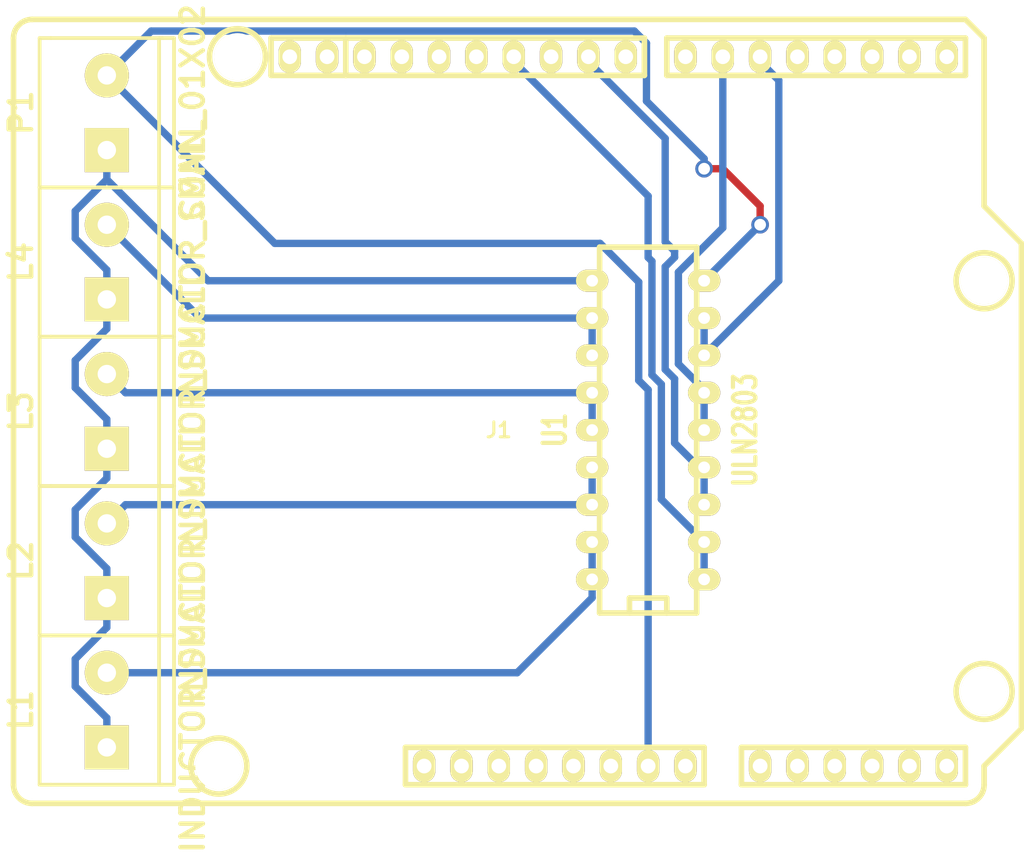
<source format=kicad_pcb>
(kicad_pcb (version 4) (host pcbnew 0.201504281001+5628~23~ubuntu14.04.1-product)

  (general
    (links 23)
    (no_connects 1)
    (area 155.947886 104.819499 226.650501 159.340501)
    (thickness 1.6)
    (drawings 0)
    (tracks 89)
    (zones 0)
    (modules 7)
    (nets 11)
  )

  (page A4)
  (layers
    (0 F.Cu signal)
    (31 B.Cu signal)
    (32 B.Adhes user)
    (33 F.Adhes user)
    (34 B.Paste user)
    (35 F.Paste user)
    (36 B.SilkS user)
    (37 F.SilkS user)
    (38 B.Mask user)
    (39 F.Mask user)
    (40 Dwgs.User user)
    (41 Cmts.User user)
    (42 Eco1.User user)
    (43 Eco2.User user)
    (44 Edge.Cuts user)
    (45 Margin user)
    (46 B.CrtYd user)
    (47 F.CrtYd user)
    (48 B.Fab user)
    (49 F.Fab user)
  )

  (setup
    (last_trace_width 0.5)
    (trace_clearance 0.4)
    (zone_clearance 0.508)
    (zone_45_only no)
    (trace_min 0.2)
    (segment_width 0.2)
    (edge_width 0.15)
    (via_size 1.2)
    (via_drill 0.8)
    (via_min_size 0.4)
    (via_min_drill 0.3)
    (uvia_size 1.2)
    (uvia_drill 0.8)
    (uvias_allowed no)
    (uvia_min_size 0.2)
    (uvia_min_drill 0.1)
    (pcb_text_width 0.3)
    (pcb_text_size 1.5 1.5)
    (mod_edge_width 0.15)
    (mod_text_size 1 1)
    (mod_text_width 0.15)
    (pad_size 1.524 1.524)
    (pad_drill 0.762)
    (pad_to_mask_clearance 0.2)
    (aux_axis_origin 0 0)
    (visible_elements FFFFFF7F)
    (pcbplotparams
      (layerselection 0x00030_80000001)
      (usegerberextensions false)
      (excludeedgelayer true)
      (linewidth 0.100000)
      (plotframeref false)
      (viasonmask false)
      (mode 1)
      (useauxorigin false)
      (hpglpennumber 1)
      (hpglpenspeed 20)
      (hpglpendiameter 15)
      (hpglpenoverlay 2)
      (psnegative false)
      (psa4output false)
      (plotreference true)
      (plotvalue true)
      (plotinvisibletext false)
      (padsonsilk false)
      (subtractmaskfromsilk false)
      (outputformat 1)
      (mirror false)
      (drillshape 1)
      (scaleselection 1)
      (outputdirectory ""))
  )

  (net 0 "")
  (net 1 GND)
  (net 2 "Net-(J1-Pad20)")
  (net 3 "Net-(J1-Pad21)")
  (net 4 "Net-(J1-Pad24)")
  (net 5 "Net-(J1-Pad26)")
  (net 6 VCC)
  (net 7 "Net-(L1-Pad2)")
  (net 8 "Net-(L2-Pad2)")
  (net 9 "Net-(L3-Pad2)")
  (net 10 "Net-(L4-Pad2)")

  (net_class Default "Questo è il gruppo di collegamenti predefinito"
    (clearance 0.4)
    (trace_width 0.5)
    (via_dia 1.2)
    (via_drill 0.8)
    (uvia_dia 1.2)
    (uvia_drill 0.8)
    (add_net GND)
    (add_net "Net-(J1-Pad20)")
    (add_net "Net-(J1-Pad21)")
    (add_net "Net-(J1-Pad24)")
    (add_net "Net-(J1-Pad26)")
    (add_net "Net-(L1-Pad2)")
    (add_net "Net-(L2-Pad2)")
    (add_net "Net-(L3-Pad2)")
    (add_net "Net-(L4-Pad2)")
    (add_net VCC)
  )

  (module w_conn_misc:arduino_header (layer F.Cu) (tedit 0) (tstamp 5547D991)
    (at 190.5 132.08)
    (descr "Arduino Header")
    (tags Arduino)
    (path /554689D2)
    (fp_text reference J1 (at 0 1.27) (layer F.SilkS)
      (effects (font (size 1.016 1.016) (thickness 0.2032)))
    )
    (fp_text value Arduino_Header (at 0 -1.27) (layer F.SilkS) hide
      (effects (font (size 1.016 0.889) (thickness 0.2032)))
    )
    (fp_line (start 31.75 -26.67) (end -31.75 -26.67) (layer F.SilkS) (width 0.381))
    (fp_line (start -31.75 26.67) (end 31.75 26.67) (layer F.SilkS) (width 0.381))
    (fp_line (start 35.56 21.59) (end 35.56 -11.43) (layer F.SilkS) (width 0.381))
    (fp_line (start 35.56 21.59) (end 33.02 24.13) (layer F.SilkS) (width 0.381))
    (fp_line (start 33.02 24.13) (end 33.02 25.4) (layer F.SilkS) (width 0.381))
    (fp_line (start 31.75 25.4) (end 16.51 25.4) (layer F.SilkS) (width 0.381))
    (fp_line (start 16.51 22.86) (end 31.75 22.86) (layer F.SilkS) (width 0.381))
    (fp_line (start 33.02 -25.4) (end 33.02 -13.97) (layer F.SilkS) (width 0.381))
    (fp_line (start 33.02 -13.97) (end 35.56 -11.43) (layer F.SilkS) (width 0.381))
    (fp_line (start 31.75 -26.67) (end 33.02 -25.4) (layer F.SilkS) (width 0.381))
    (fp_arc (start -31.75 -25.4) (end -33.02 -25.4) (angle 90) (layer F.SilkS) (width 0.381))
    (fp_line (start -33.02 25.4) (end -33.02 -25.4) (layer F.SilkS) (width 0.381))
    (fp_arc (start -31.75 25.4) (end -31.75 26.67) (angle 90) (layer F.SilkS) (width 0.381))
    (fp_arc (start 31.75 25.4) (end 33.02 25.4) (angle 90) (layer F.SilkS) (width 0.381))
    (fp_line (start -10.414 -25.4) (end -15.494 -25.4) (layer F.SilkS) (width 0.381))
    (fp_line (start -15.494 -25.4) (end -15.494 -22.86) (layer F.SilkS) (width 0.381))
    (fp_line (start -15.494 -22.86) (end -10.414 -22.86) (layer F.SilkS) (width 0.381))
    (fp_circle (center -17.78 -24.13) (end -15.875 -24.13) (layer F.SilkS) (width 0.381))
    (fp_circle (center 33.02 -8.89) (end 34.925 -8.89) (layer F.SilkS) (width 0.381))
    (fp_line (start 9.906 -22.86) (end -10.414 -22.86) (layer F.SilkS) (width 0.381))
    (fp_line (start -10.414 -22.86) (end -10.414 -25.4) (layer F.SilkS) (width 0.381))
    (fp_line (start 9.906 -22.86) (end 9.906 -25.4) (layer F.SilkS) (width 0.381))
    (fp_line (start 9.906 -25.4) (end -10.414 -25.4) (layer F.SilkS) (width 0.381))
    (fp_line (start 31.75 -25.4) (end 31.75 -22.86) (layer F.SilkS) (width 0.381))
    (fp_line (start 31.75 -22.86) (end 11.43 -22.86) (layer F.SilkS) (width 0.381))
    (fp_line (start 11.43 -22.86) (end 11.43 -25.4) (layer F.SilkS) (width 0.381))
    (fp_line (start 11.43 -25.4) (end 31.75 -25.4) (layer F.SilkS) (width 0.381))
    (fp_circle (center 33.02 19.05) (end 34.925 19.05) (layer F.SilkS) (width 0.381))
    (fp_circle (center -19.05 24.13) (end -17.145 24.13) (layer F.SilkS) (width 0.381))
    (fp_line (start -6.35 25.4) (end 13.97 25.4) (layer F.SilkS) (width 0.381))
    (fp_line (start 13.97 22.86) (end -6.35 22.86) (layer F.SilkS) (width 0.381))
    (fp_line (start 31.75 25.4) (end 31.75 22.86) (layer F.SilkS) (width 0.381))
    (fp_line (start 16.51 22.86) (end 16.51 25.4) (layer F.SilkS) (width 0.381))
    (fp_line (start 13.97 22.86) (end 13.97 25.4) (layer F.SilkS) (width 0.381))
    (fp_line (start -6.35 25.4) (end -6.35 22.86) (layer F.SilkS) (width 0.381))
    (pad 1 thru_hole oval (at -5.08 24.13) (size 1.524 2.19964) (drill 1.00076) (layers *.Cu *.Mask F.SilkS))
    (pad 2 thru_hole oval (at -2.54 24.13) (size 1.524 2.19964) (drill 1.00076) (layers *.Cu *.Mask F.SilkS))
    (pad 3 thru_hole oval (at 0 24.13) (size 1.524 2.19964) (drill 1.00076) (layers *.Cu *.Mask F.SilkS))
    (pad 4 thru_hole oval (at 2.54 24.13) (size 1.524 2.19964) (drill 1.00076) (layers *.Cu *.Mask F.SilkS))
    (pad 5 thru_hole oval (at 5.08 24.13) (size 1.524 2.19964) (drill 1.00076) (layers *.Cu *.Mask F.SilkS))
    (pad 6 thru_hole oval (at 7.62 24.13) (size 1.524 2.19964) (drill 1.00076) (layers *.Cu *.Mask F.SilkS))
    (pad 7 thru_hole oval (at 10.16 24.13) (size 1.524 2.19964) (drill 1.00076) (layers *.Cu *.Mask F.SilkS)
      (net 1 GND))
    (pad 8 thru_hole oval (at 12.7 24.13) (size 1.524 2.19964) (drill 1.00076) (layers *.Cu *.Mask F.SilkS))
    (pad 9 thru_hole oval (at 17.78 24.13) (size 1.524 2.19964) (drill 1.00076) (layers *.Cu *.Mask F.SilkS))
    (pad 10 thru_hole oval (at 20.32 24.13) (size 1.524 2.19964) (drill 1.00076) (layers *.Cu *.Mask F.SilkS))
    (pad 11 thru_hole oval (at 22.86 24.13) (size 1.524 2.19964) (drill 1.00076) (layers *.Cu *.Mask F.SilkS))
    (pad 12 thru_hole oval (at 25.4 24.13) (size 1.524 2.19964) (drill 1.00076) (layers *.Cu *.Mask F.SilkS))
    (pad 13 thru_hole oval (at 27.94 24.13) (size 1.524 2.19964) (drill 1.00076) (layers *.Cu *.Mask F.SilkS))
    (pad 14 thru_hole oval (at 30.48 24.13) (size 1.524 2.19964) (drill 1.00076) (layers *.Cu *.Mask F.SilkS))
    (pad "" np_thru_hole circle (at -19.05 24.13) (size 3.19786 3.19786) (drill 3.19786) (layers *.Cu *.Mask F.SilkS))
    (pad "" np_thru_hole circle (at 33.02 19.05) (size 3.19786 3.19786) (drill 3.19786) (layers *.Cu *.Mask F.SilkS))
    (pad 15 thru_hole oval (at 30.48 -24.13) (size 1.524 2.1971) (drill 0.99822) (layers *.Cu *.Mask F.SilkS))
    (pad 16 thru_hole oval (at 27.94 -24.13) (size 1.524 2.1971) (drill 0.99822) (layers *.Cu *.Mask F.SilkS))
    (pad 17 thru_hole oval (at 25.4 -24.13) (size 1.524 2.1971) (drill 0.99822) (layers *.Cu *.Mask F.SilkS))
    (pad 18 thru_hole oval (at 22.86 -24.13) (size 1.524 2.1971) (drill 0.99822) (layers *.Cu *.Mask F.SilkS))
    (pad 19 thru_hole oval (at 20.32 -24.13) (size 1.524 2.1971) (drill 0.99822) (layers *.Cu *.Mask F.SilkS))
    (pad 20 thru_hole oval (at 17.78 -24.13) (size 1.524 2.1971) (drill 0.99822) (layers *.Cu *.Mask F.SilkS)
      (net 2 "Net-(J1-Pad20)"))
    (pad 21 thru_hole oval (at 15.24 -24.13) (size 1.524 2.1971) (drill 0.99822) (layers *.Cu *.Mask F.SilkS)
      (net 3 "Net-(J1-Pad21)"))
    (pad 22 thru_hole oval (at 12.7 -24.13) (size 1.524 2.1971) (drill 0.99822) (layers *.Cu *.Mask F.SilkS))
    (pad 23 thru_hole oval (at 8.636 -24.13) (size 1.524 2.1971) (drill 0.99822) (layers *.Cu *.Mask F.SilkS))
    (pad 24 thru_hole oval (at 6.096 -24.13) (size 1.524 2.1971) (drill 0.99822) (layers *.Cu *.Mask F.SilkS)
      (net 4 "Net-(J1-Pad24)"))
    (pad 25 thru_hole oval (at 3.556 -24.13) (size 1.524 2.1971) (drill 0.99822) (layers *.Cu *.Mask F.SilkS))
    (pad 26 thru_hole oval (at 1.016 -24.13) (size 1.524 2.1971) (drill 0.99822) (layers *.Cu *.Mask F.SilkS)
      (net 5 "Net-(J1-Pad26)"))
    (pad 27 thru_hole oval (at -1.524 -24.13) (size 1.524 2.1971) (drill 0.99822) (layers *.Cu *.Mask F.SilkS))
    (pad 28 thru_hole oval (at -4.064 -24.13) (size 1.524 2.1971) (drill 0.99822) (layers *.Cu *.Mask F.SilkS))
    (pad 29 thru_hole oval (at -6.604 -24.13) (size 1.524 2.1971) (drill 0.99822) (layers *.Cu *.Mask F.SilkS))
    (pad 30 thru_hole oval (at -9.14146 -24.13) (size 1.524 2.1971) (drill 0.99822) (layers *.Cu *.Mask F.SilkS))
    (pad "" np_thru_hole circle (at -17.78 -24.13) (size 3.19786 3.19786) (drill 3.19786) (layers *.Cu *.Mask F.SilkS))
    (pad 31 thru_hole oval (at -11.684 -24.13) (size 1.524 2.1971) (drill 0.99822) (layers *.Cu *.Mask F.SilkS))
    (pad 32 thru_hole oval (at -14.224 -24.13) (size 1.524 2.1971) (drill 0.99822) (layers *.Cu *.Mask F.SilkS))
    (pad "" np_thru_hole circle (at 33.02 -8.89) (size 3.19786 3.19786) (drill 3.19786) (layers *.Cu *.Mask F.SilkS))
    (model walter/conn_misc/arduino_header.wrl
      (at (xyz 0 0 0))
      (scale (xyz 1 1 1))
      (rotate (xyz 0 0 0))
    )
  )

  (module w_conn_screw:mors_2p (layer F.Cu) (tedit 0) (tstamp 5547D997)
    (at 163.83 152.4 90)
    (descr "Terminal block 2 pins")
    (tags DEV)
    (path /5546934B)
    (fp_text reference L1 (at 0 -5.842 90) (layer F.SilkS)
      (effects (font (thickness 0.3048)))
    )
    (fp_text value INDUCTOR_SMALL (at 0 5.842 90) (layer F.SilkS)
      (effects (font (thickness 0.3048)))
    )
    (fp_line (start 5.08 -3.81) (end 5.08 -4.572) (layer F.SilkS) (width 0.254))
    (fp_line (start 5.08 -4.572) (end -5.08 -4.572) (layer F.SilkS) (width 0.254))
    (fp_line (start -5.08 -4.572) (end -5.08 -3.81) (layer F.SilkS) (width 0.254))
    (fp_line (start 5.08 4.572) (end -5.08 4.572) (layer F.SilkS) (width 0.254))
    (fp_line (start -5.08 4.572) (end -5.08 3.556) (layer F.SilkS) (width 0.254))
    (fp_line (start -5.08 3.556) (end 5.08 3.556) (layer F.SilkS) (width 0.254))
    (fp_line (start 5.08 3.556) (end 5.08 4.572) (layer F.SilkS) (width 0.254))
    (fp_line (start 5.08 3.81) (end 5.08 -3.81) (layer F.SilkS) (width 0.254))
    (fp_line (start -5.08 -3.81) (end -5.08 3.81) (layer F.SilkS) (width 0.254))
    (pad 1 thru_hole rect (at -2.54 0 90) (size 2.99974 2.99974) (drill 1.24968) (layers *.Cu *.Mask F.SilkS)
      (net 6 VCC))
    (pad 2 thru_hole circle (at 2.54 0 90) (size 2.99974 2.99974) (drill 1.24968) (layers *.Cu *.Mask F.SilkS)
      (net 7 "Net-(L1-Pad2)"))
    (model walter/conn_screw/mors_2p.wrl
      (at (xyz 0 0 0))
      (scale (xyz 1 1 1))
      (rotate (xyz 0 0 0))
    )
  )

  (module w_conn_screw:mors_2p (layer F.Cu) (tedit 0) (tstamp 5547D99D)
    (at 163.83 142.24 90)
    (descr "Terminal block 2 pins")
    (tags DEV)
    (path /554693CB)
    (fp_text reference L2 (at 0 -5.842 90) (layer F.SilkS)
      (effects (font (thickness 0.3048)))
    )
    (fp_text value INDUCTOR_SMALL (at 0 5.842 90) (layer F.SilkS)
      (effects (font (thickness 0.3048)))
    )
    (fp_line (start 5.08 -3.81) (end 5.08 -4.572) (layer F.SilkS) (width 0.254))
    (fp_line (start 5.08 -4.572) (end -5.08 -4.572) (layer F.SilkS) (width 0.254))
    (fp_line (start -5.08 -4.572) (end -5.08 -3.81) (layer F.SilkS) (width 0.254))
    (fp_line (start 5.08 4.572) (end -5.08 4.572) (layer F.SilkS) (width 0.254))
    (fp_line (start -5.08 4.572) (end -5.08 3.556) (layer F.SilkS) (width 0.254))
    (fp_line (start -5.08 3.556) (end 5.08 3.556) (layer F.SilkS) (width 0.254))
    (fp_line (start 5.08 3.556) (end 5.08 4.572) (layer F.SilkS) (width 0.254))
    (fp_line (start 5.08 3.81) (end 5.08 -3.81) (layer F.SilkS) (width 0.254))
    (fp_line (start -5.08 -3.81) (end -5.08 3.81) (layer F.SilkS) (width 0.254))
    (pad 1 thru_hole rect (at -2.54 0 90) (size 2.99974 2.99974) (drill 1.24968) (layers *.Cu *.Mask F.SilkS)
      (net 6 VCC))
    (pad 2 thru_hole circle (at 2.54 0 90) (size 2.99974 2.99974) (drill 1.24968) (layers *.Cu *.Mask F.SilkS)
      (net 8 "Net-(L2-Pad2)"))
    (model walter/conn_screw/mors_2p.wrl
      (at (xyz 0 0 0))
      (scale (xyz 1 1 1))
      (rotate (xyz 0 0 0))
    )
  )

  (module w_conn_screw:mors_2p (layer F.Cu) (tedit 0) (tstamp 5547D9A3)
    (at 163.83 132.08 90)
    (descr "Terminal block 2 pins")
    (tags DEV)
    (path /5546944C)
    (fp_text reference L3 (at 0 -5.842 90) (layer F.SilkS)
      (effects (font (thickness 0.3048)))
    )
    (fp_text value INDUCTOR_SMALL (at 0 5.842 90) (layer F.SilkS)
      (effects (font (thickness 0.3048)))
    )
    (fp_line (start 5.08 -3.81) (end 5.08 -4.572) (layer F.SilkS) (width 0.254))
    (fp_line (start 5.08 -4.572) (end -5.08 -4.572) (layer F.SilkS) (width 0.254))
    (fp_line (start -5.08 -4.572) (end -5.08 -3.81) (layer F.SilkS) (width 0.254))
    (fp_line (start 5.08 4.572) (end -5.08 4.572) (layer F.SilkS) (width 0.254))
    (fp_line (start -5.08 4.572) (end -5.08 3.556) (layer F.SilkS) (width 0.254))
    (fp_line (start -5.08 3.556) (end 5.08 3.556) (layer F.SilkS) (width 0.254))
    (fp_line (start 5.08 3.556) (end 5.08 4.572) (layer F.SilkS) (width 0.254))
    (fp_line (start 5.08 3.81) (end 5.08 -3.81) (layer F.SilkS) (width 0.254))
    (fp_line (start -5.08 -3.81) (end -5.08 3.81) (layer F.SilkS) (width 0.254))
    (pad 1 thru_hole rect (at -2.54 0 90) (size 2.99974 2.99974) (drill 1.24968) (layers *.Cu *.Mask F.SilkS)
      (net 6 VCC))
    (pad 2 thru_hole circle (at 2.54 0 90) (size 2.99974 2.99974) (drill 1.24968) (layers *.Cu *.Mask F.SilkS)
      (net 9 "Net-(L3-Pad2)"))
    (model walter/conn_screw/mors_2p.wrl
      (at (xyz 0 0 0))
      (scale (xyz 1 1 1))
      (rotate (xyz 0 0 0))
    )
  )

  (module w_conn_screw:mors_2p (layer F.Cu) (tedit 0) (tstamp 5547D9A9)
    (at 163.83 121.92 90)
    (descr "Terminal block 2 pins")
    (tags DEV)
    (path /55469476)
    (fp_text reference L4 (at 0 -5.842 90) (layer F.SilkS)
      (effects (font (thickness 0.3048)))
    )
    (fp_text value INDUCTOR_SMALL (at 0 5.842 90) (layer F.SilkS)
      (effects (font (thickness 0.3048)))
    )
    (fp_line (start 5.08 -3.81) (end 5.08 -4.572) (layer F.SilkS) (width 0.254))
    (fp_line (start 5.08 -4.572) (end -5.08 -4.572) (layer F.SilkS) (width 0.254))
    (fp_line (start -5.08 -4.572) (end -5.08 -3.81) (layer F.SilkS) (width 0.254))
    (fp_line (start 5.08 4.572) (end -5.08 4.572) (layer F.SilkS) (width 0.254))
    (fp_line (start -5.08 4.572) (end -5.08 3.556) (layer F.SilkS) (width 0.254))
    (fp_line (start -5.08 3.556) (end 5.08 3.556) (layer F.SilkS) (width 0.254))
    (fp_line (start 5.08 3.556) (end 5.08 4.572) (layer F.SilkS) (width 0.254))
    (fp_line (start 5.08 3.81) (end 5.08 -3.81) (layer F.SilkS) (width 0.254))
    (fp_line (start -5.08 -3.81) (end -5.08 3.81) (layer F.SilkS) (width 0.254))
    (pad 1 thru_hole rect (at -2.54 0 90) (size 2.99974 2.99974) (drill 1.24968) (layers *.Cu *.Mask F.SilkS)
      (net 6 VCC))
    (pad 2 thru_hole circle (at 2.54 0 90) (size 2.99974 2.99974) (drill 1.24968) (layers *.Cu *.Mask F.SilkS)
      (net 10 "Net-(L4-Pad2)"))
    (model walter/conn_screw/mors_2p.wrl
      (at (xyz 0 0 0))
      (scale (xyz 1 1 1))
      (rotate (xyz 0 0 0))
    )
  )

  (module w_conn_screw:mors_2p (layer F.Cu) (tedit 0) (tstamp 5547D9AF)
    (at 163.83 111.76 90)
    (descr "Terminal block 2 pins")
    (tags DEV)
    (path /55469CC4)
    (fp_text reference P1 (at 0 -5.842 90) (layer F.SilkS)
      (effects (font (thickness 0.3048)))
    )
    (fp_text value CONN_01X02 (at 0 5.842 90) (layer F.SilkS)
      (effects (font (thickness 0.3048)))
    )
    (fp_line (start 5.08 -3.81) (end 5.08 -4.572) (layer F.SilkS) (width 0.254))
    (fp_line (start 5.08 -4.572) (end -5.08 -4.572) (layer F.SilkS) (width 0.254))
    (fp_line (start -5.08 -4.572) (end -5.08 -3.81) (layer F.SilkS) (width 0.254))
    (fp_line (start 5.08 4.572) (end -5.08 4.572) (layer F.SilkS) (width 0.254))
    (fp_line (start -5.08 4.572) (end -5.08 3.556) (layer F.SilkS) (width 0.254))
    (fp_line (start -5.08 3.556) (end 5.08 3.556) (layer F.SilkS) (width 0.254))
    (fp_line (start 5.08 3.556) (end 5.08 4.572) (layer F.SilkS) (width 0.254))
    (fp_line (start 5.08 3.81) (end 5.08 -3.81) (layer F.SilkS) (width 0.254))
    (fp_line (start -5.08 -3.81) (end -5.08 3.81) (layer F.SilkS) (width 0.254))
    (pad 1 thru_hole rect (at -2.54 0 90) (size 2.99974 2.99974) (drill 1.24968) (layers *.Cu *.Mask F.SilkS)
      (net 6 VCC))
    (pad 2 thru_hole circle (at 2.54 0 90) (size 2.99974 2.99974) (drill 1.24968) (layers *.Cu *.Mask F.SilkS)
      (net 1 GND))
    (model walter/conn_screw/mors_2p.wrl
      (at (xyz 0 0 0))
      (scale (xyz 1 1 1))
      (rotate (xyz 0 0 0))
    )
  )

  (module w_pth_circuits:dil_18-300 (layer F.Cu) (tedit 0) (tstamp 5547D9C5)
    (at 200.66 133.35 90)
    (descr "IC, DIL18 x 0,3\"")
    (tags DIL)
    (path /55468A7B)
    (fp_text reference U1 (at 0 -6.35 90) (layer F.SilkS)
      (effects (font (size 1.524 1.143) (thickness 0.28702)))
    )
    (fp_text value ULN2803 (at 0 6.604 90) (layer F.SilkS)
      (effects (font (size 1.524 1.143) (thickness 0.28702)))
    )
    (fp_line (start -11.43 -1.27) (end -11.43 1.27) (layer F.SilkS) (width 0.381))
    (fp_line (start -12.446 3.302) (end 12.446 3.302) (layer F.SilkS) (width 0.381))
    (fp_line (start -12.446 -3.302) (end 12.446 -3.302) (layer F.SilkS) (width 0.381))
    (fp_line (start -11.43 1.27) (end -12.446 1.27) (layer F.SilkS) (width 0.381))
    (fp_line (start -11.43 -1.27) (end -12.446 -1.27) (layer F.SilkS) (width 0.381))
    (fp_line (start 12.446 -3.302) (end 12.446 3.302) (layer F.SilkS) (width 0.381))
    (fp_line (start -12.446 3.302) (end -12.446 -3.302) (layer F.SilkS) (width 0.381))
    (pad 1 thru_hole oval (at -10.16 3.81 90) (size 1.50114 2.19964) (drill 0.8001) (layers *.Cu *.Mask F.SilkS)
      (net 5 "Net-(J1-Pad26)"))
    (pad 2 thru_hole oval (at -7.62 3.81 90) (size 1.50114 2.19964) (drill 0.8001) (layers *.Cu *.Mask F.SilkS)
      (net 5 "Net-(J1-Pad26)"))
    (pad 3 thru_hole oval (at -5.08 3.81 90) (size 1.50114 2.19964) (drill 0.8001) (layers *.Cu *.Mask F.SilkS)
      (net 4 "Net-(J1-Pad24)"))
    (pad 4 thru_hole oval (at -2.54 3.81 90) (size 1.50114 2.19964) (drill 0.8001) (layers *.Cu *.Mask F.SilkS)
      (net 4 "Net-(J1-Pad24)"))
    (pad 5 thru_hole oval (at 0 3.81 90) (size 1.50114 2.19964) (drill 0.8001) (layers *.Cu *.Mask F.SilkS)
      (net 3 "Net-(J1-Pad21)"))
    (pad 6 thru_hole oval (at 2.54 3.81 90) (size 1.50114 2.19964) (drill 0.8001) (layers *.Cu *.Mask F.SilkS)
      (net 3 "Net-(J1-Pad21)"))
    (pad 7 thru_hole oval (at 5.08 3.81 90) (size 1.50114 2.19964) (drill 0.8001) (layers *.Cu *.Mask F.SilkS)
      (net 2 "Net-(J1-Pad20)"))
    (pad 8 thru_hole oval (at 7.62 3.81 90) (size 1.50114 2.19964) (drill 0.8001) (layers *.Cu *.Mask F.SilkS)
      (net 2 "Net-(J1-Pad20)"))
    (pad 9 thru_hole oval (at 10.16 3.81 90) (size 1.50114 2.19964) (drill 0.8001) (layers *.Cu *.Mask F.SilkS)
      (net 1 GND))
    (pad 10 thru_hole oval (at 10.16 -3.81 90) (size 1.50114 2.19964) (drill 0.8001) (layers *.Cu *.Mask F.SilkS)
      (net 6 VCC))
    (pad 11 thru_hole oval (at 7.62 -3.81 90) (size 1.50114 2.19964) (drill 0.8001) (layers *.Cu *.Mask F.SilkS)
      (net 10 "Net-(L4-Pad2)"))
    (pad 12 thru_hole oval (at 5.08 -3.81 90) (size 1.50114 2.19964) (drill 0.8001) (layers *.Cu *.Mask F.SilkS)
      (net 10 "Net-(L4-Pad2)"))
    (pad 13 thru_hole oval (at 2.54 -3.81 90) (size 1.50114 2.19964) (drill 0.8001) (layers *.Cu *.Mask F.SilkS)
      (net 9 "Net-(L3-Pad2)"))
    (pad 14 thru_hole oval (at 0 -3.81 90) (size 1.50114 2.19964) (drill 0.8001) (layers *.Cu *.Mask F.SilkS)
      (net 9 "Net-(L3-Pad2)"))
    (pad 15 thru_hole oval (at -2.54 -3.81 90) (size 1.50114 2.19964) (drill 0.8001) (layers *.Cu *.Mask F.SilkS)
      (net 8 "Net-(L2-Pad2)"))
    (pad 16 thru_hole oval (at -5.08 -3.81 90) (size 1.50114 2.19964) (drill 0.8001) (layers *.Cu *.Mask F.SilkS)
      (net 8 "Net-(L2-Pad2)"))
    (pad 17 thru_hole oval (at -7.62 -3.81 90) (size 1.50114 2.19964) (drill 0.8001) (layers *.Cu *.Mask F.SilkS)
      (net 7 "Net-(L1-Pad2)"))
    (pad 18 thru_hole oval (at -10.16 -3.81 90) (size 1.50114 2.19964) (drill 0.8001) (layers *.Cu *.Mask F.SilkS)
      (net 7 "Net-(L1-Pad2)"))
    (model walter/pth_circuits/dil_18-300.wrl
      (at (xyz 0 0 0))
      (scale (xyz 1 1 1))
      (rotate (xyz 0 0 0))
    )
  )

  (segment (start 208.28 119.38) (end 204.47 123.19) (width 0.5) (layer B.Cu) (net 1))
  (via (at 204.47 123.19) (size 1.2) (drill 0.8) (layers F.Cu B.Cu) (net 1))
  (segment (start 205.74 115.57) (end 208.28 118.11) (width 0.5) (layer F.Cu) (net 1))
  (segment (start 208.28 118.11) (end 208.28 119.38) (width 0.5) (layer F.Cu) (net 1))
  (via (at 208.28 119.38) (size 1.2) (drill 0.8) (layers F.Cu B.Cu) (net 1))
  (segment (start 204.47 115.57) (end 205.74 115.57) (width 0.5) (layer F.Cu) (net 1))
  (segment (start 204.47 114.887744) (end 204.47 115.57) (width 0.5) (layer B.Cu) (net 1))
  (via (at 204.47 115.57) (size 1.2) (drill 0.8) (layers F.Cu B.Cu) (net 1))
  (segment (start 163.83 109.22) (end 166.84856 106.20144) (width 0.5) (layer B.Cu) (net 1))
  (segment (start 166.84856 106.20144) (end 199.720873 106.20144) (width 0.5) (layer B.Cu) (net 1))
  (segment (start 199.720873 106.20144) (end 200.54801 107.028577) (width 0.5) (layer B.Cu) (net 1))
  (segment (start 200.54801 107.028577) (end 200.54801 110.965754) (width 0.5) (layer B.Cu) (net 1))
  (segment (start 200.54801 110.965754) (end 204.47 114.887744) (width 0.5) (layer B.Cu) (net 1))
  (segment (start 200.020141 123.278977) (end 200.020143 129.96853) (width 0.5) (layer B.Cu) (net 1))
  (segment (start 175.26 120.65) (end 197.391164 120.65) (width 0.5) (layer B.Cu) (net 1))
  (segment (start 197.391164 120.65) (end 200.020141 123.278977) (width 0.5) (layer B.Cu) (net 1))
  (segment (start 163.83 109.22) (end 175.26 120.65) (width 0.5) (layer B.Cu) (net 1))
  (segment (start 200.020143 129.96853) (end 200.66 130.608387) (width 0.5) (layer B.Cu) (net 1))
  (segment (start 200.66 130.608387) (end 200.66 156.21) (width 0.5) (layer B.Cu) (net 1))
  (segment (start 204.47 123.19) (end 204.12075 123.19) (width 0.5) (layer B.Cu) (net 1))
  (segment (start 208.100282 124.639718) (end 204.47 128.27) (width 0.5) (layer B.Cu) (net 2))
  (segment (start 208.100282 124.639718) (end 209.55 123.19) (width 0.5) (layer B.Cu) (net 2))
  (segment (start 208.28 124.46) (end 208.100282 124.639718) (width 0.5) (layer B.Cu) (net 2))
  (segment (start 209.55 123.19) (end 209.55 109.55655) (width 0.5) (layer B.Cu) (net 2))
  (segment (start 209.55 109.55655) (end 208.28 108.28655) (width 0.5) (layer B.Cu) (net 2))
  (segment (start 208.28 108.28655) (end 208.28 107.95) (width 0.5) (layer B.Cu) (net 2))
  (segment (start 204.47 125.73) (end 204.47 128.27) (width 0.5) (layer B.Cu) (net 2))
  (segment (start 202.72017 128.850139) (end 204.47 130.599969) (width 0.5) (layer B.Cu) (net 3))
  (segment (start 204.47 130.599969) (end 204.47 130.81) (width 0.5) (layer B.Cu) (net 3))
  (segment (start 205.74 119.590031) (end 202.72017 122.609861) (width 0.5) (layer B.Cu) (net 3))
  (segment (start 202.72017 122.609861) (end 202.72017 128.850139) (width 0.5) (layer B.Cu) (net 3))
  (segment (start 205.74 107.95) (end 205.74 119.590031) (width 0.5) (layer B.Cu) (net 3))
  (segment (start 204.47 130.81) (end 204.47 133.35) (width 0.5) (layer B.Cu) (net 3))
  (segment (start 196.596 107.95) (end 196.596 108.28655) (width 0.5) (layer B.Cu) (net 4))
  (segment (start 196.596 108.28655) (end 201.820155 113.510705) (width 0.5) (layer B.Cu) (net 4))
  (segment (start 201.820155 113.510705) (end 201.820159 120.534547) (width 0.5) (layer B.Cu) (net 4))
  (segment (start 201.820161 129.222936) (end 202.46002 129.862795) (width 0.5) (layer B.Cu) (net 4))
  (segment (start 202.46002 134.22927) (end 204.12075 135.89) (width 0.5) (layer B.Cu) (net 4))
  (segment (start 201.820159 120.534547) (end 202.46002 121.174408) (width 0.5) (layer B.Cu) (net 4))
  (segment (start 202.46002 121.174408) (end 202.46002 121.597205) (width 0.5) (layer B.Cu) (net 4))
  (segment (start 201.820161 122.237064) (end 201.820161 129.222936) (width 0.5) (layer B.Cu) (net 4))
  (segment (start 202.46002 121.597205) (end 201.820161 122.237064) (width 0.5) (layer B.Cu) (net 4))
  (segment (start 202.46002 129.862795) (end 202.46002 134.22927) (width 0.5) (layer B.Cu) (net 4))
  (segment (start 204.12075 135.89) (end 204.47 135.89) (width 0.5) (layer B.Cu) (net 4))
  (segment (start 204.47 135.89) (end 204.47 138.43) (width 0.5) (layer B.Cu) (net 4))
  (segment (start 191.516 107.95) (end 191.516 108.28655) (width 0.5) (layer B.Cu) (net 5))
  (segment (start 191.516 108.28655) (end 200.66 117.43055) (width 0.5) (layer B.Cu) (net 5))
  (segment (start 200.66 117.43055) (end 200.66 121.604119) (width 0.5) (layer B.Cu) (net 5))
  (segment (start 200.66 121.604119) (end 200.92015 121.864269) (width 0.5) (layer B.Cu) (net 5))
  (segment (start 200.92015 121.864269) (end 200.920152 129.595733) (width 0.5) (layer B.Cu) (net 5))
  (segment (start 200.920152 129.595733) (end 201.56001 130.235591) (width 0.5) (layer B.Cu) (net 5))
  (segment (start 201.56001 130.235591) (end 201.56001 138.06001) (width 0.5) (layer B.Cu) (net 5))
  (segment (start 201.56001 138.06001) (end 204.47 140.97) (width 0.5) (layer B.Cu) (net 5))
  (segment (start 204.47 140.97) (end 204.47 143.51) (width 0.5) (layer B.Cu) (net 5))
  (segment (start 196.85 123.19) (end 170.72013 123.19) (width 0.5) (layer B.Cu) (net 6))
  (segment (start 170.72013 123.19) (end 163.83 116.29987) (width 0.5) (layer B.Cu) (net 6))
  (segment (start 163.83 116.29987) (end 163.83 114.3) (width 0.5) (layer B.Cu) (net 6))
  (segment (start 163.83 124.46) (end 163.83 122.46013) (width 0.5) (layer B.Cu) (net 6))
  (segment (start 163.83 122.46013) (end 161.680129 120.310259) (width 0.5) (layer B.Cu) (net 6))
  (segment (start 161.680129 120.310259) (end 161.680129 118.449741) (width 0.5) (layer B.Cu) (net 6))
  (segment (start 161.680129 118.449741) (end 163.83 116.29987) (width 0.5) (layer B.Cu) (net 6))
  (segment (start 163.83 134.62) (end 163.83 132.62013) (width 0.5) (layer B.Cu) (net 6))
  (segment (start 161.680129 130.470259) (end 161.680129 128.609741) (width 0.5) (layer B.Cu) (net 6))
  (segment (start 163.83 132.62013) (end 161.680129 130.470259) (width 0.5) (layer B.Cu) (net 6))
  (segment (start 161.680129 128.609741) (end 163.83 126.45987) (width 0.5) (layer B.Cu) (net 6))
  (segment (start 163.83 126.45987) (end 163.83 124.46) (width 0.5) (layer B.Cu) (net 6))
  (segment (start 163.83 134.62) (end 163.83 136.61987) (width 0.5) (layer B.Cu) (net 6))
  (segment (start 161.680129 140.630259) (end 163.83 142.78013) (width 0.5) (layer B.Cu) (net 6))
  (segment (start 163.83 142.78013) (end 163.83 144.78) (width 0.5) (layer B.Cu) (net 6))
  (segment (start 163.83 136.61987) (end 161.680129 138.769741) (width 0.5) (layer B.Cu) (net 6))
  (segment (start 161.680129 138.769741) (end 161.680129 140.630259) (width 0.5) (layer B.Cu) (net 6))
  (segment (start 163.83 154.94) (end 163.83 152.94013) (width 0.5) (layer B.Cu) (net 6))
  (segment (start 163.83 152.94013) (end 161.680129 150.790259) (width 0.5) (layer B.Cu) (net 6))
  (segment (start 161.680129 150.790259) (end 161.680129 148.929741) (width 0.5) (layer B.Cu) (net 6))
  (segment (start 161.680129 148.929741) (end 163.83 146.77987) (width 0.5) (layer B.Cu) (net 6))
  (segment (start 163.83 146.77987) (end 163.83 144.78) (width 0.5) (layer B.Cu) (net 6))
  (segment (start 196.85 140.97) (end 196.85 143.51) (width 0.5) (layer B.Cu) (net 7))
  (segment (start 163.83 149.86) (end 191.75057 149.86) (width 0.5) (layer B.Cu) (net 7))
  (segment (start 191.75057 149.86) (end 196.85 144.76057) (width 0.5) (layer B.Cu) (net 7))
  (segment (start 196.85 144.76057) (end 196.85 143.51) (width 0.5) (layer B.Cu) (net 7))
  (segment (start 196.85 138.43) (end 196.85 135.89) (width 0.5) (layer B.Cu) (net 8))
  (segment (start 196.85 138.43) (end 165.1 138.43) (width 0.5) (layer B.Cu) (net 8))
  (segment (start 165.1 138.43) (end 163.83 139.7) (width 0.5) (layer B.Cu) (net 8))
  (segment (start 196.85 130.81) (end 196.85 133.35) (width 0.5) (layer B.Cu) (net 9))
  (segment (start 196.85 130.81) (end 165.1 130.81) (width 0.5) (layer B.Cu) (net 9))
  (segment (start 165.1 130.81) (end 163.83 129.54) (width 0.5) (layer B.Cu) (net 9))
  (segment (start 196.85 125.73) (end 170.18 125.73) (width 0.5) (layer B.Cu) (net 10))
  (segment (start 170.18 125.73) (end 163.83 119.38) (width 0.5) (layer B.Cu) (net 10))
  (segment (start 196.85 128.27) (end 196.85 125.73) (width 0.5) (layer B.Cu) (net 10))

)

</source>
